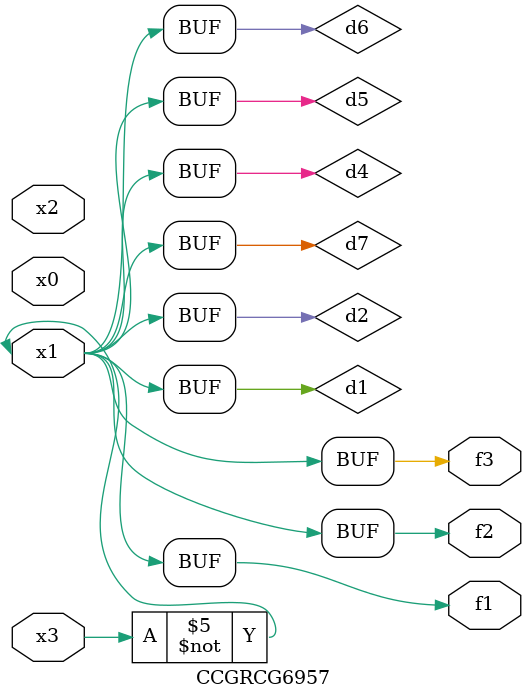
<source format=v>
module CCGRCG6957(
	input x0, x1, x2, x3,
	output f1, f2, f3
);

	wire d1, d2, d3, d4, d5, d6, d7;

	not (d1, x3);
	buf (d2, x1);
	xnor (d3, d1, d2);
	nor (d4, d1);
	buf (d5, d1, d2);
	buf (d6, d4, d5);
	nand (d7, d4);
	assign f1 = d6;
	assign f2 = d7;
	assign f3 = d6;
endmodule

</source>
